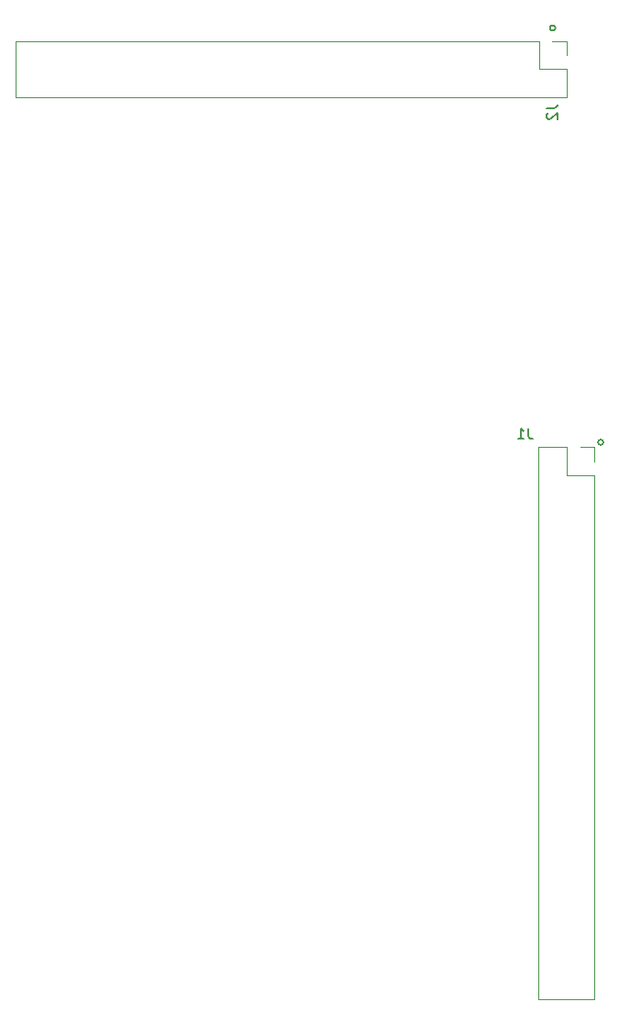
<source format=gbr>
%TF.GenerationSoftware,KiCad,Pcbnew,(5.1.9)-1*%
%TF.CreationDate,2021-03-21T08:54:38+00:00*%
%TF.ProjectId,RGBtoHDMI-Adapter Type C Rev 2,52474274-6f48-4444-9d49-2d4164617074,2*%
%TF.SameCoordinates,Original*%
%TF.FileFunction,Legend,Bot*%
%TF.FilePolarity,Positive*%
%FSLAX46Y46*%
G04 Gerber Fmt 4.6, Leading zero omitted, Abs format (unit mm)*
G04 Created by KiCad (PCBNEW (5.1.9)-1) date 2021-03-21 08:54:38*
%MOMM*%
%LPD*%
G01*
G04 APERTURE LIST*
%ADD10C,0.200000*%
%ADD11C,0.120000*%
%ADD12C,0.150000*%
G04 APERTURE END LIST*
D10*
X132969000Y-67945000D02*
G75*
G03*
X132969000Y-67945000I-254000J0D01*
G01*
X137414000Y-106172000D02*
G75*
G03*
X137414000Y-106172000I-254000J0D01*
G01*
D11*
%TO.C,J2*%
X133985000Y-70485000D02*
X133985000Y-69155000D01*
X133985000Y-69155000D02*
X132655000Y-69155000D01*
X133985000Y-71755000D02*
X131445000Y-71755000D01*
X131445000Y-71755000D02*
X131445000Y-69155000D01*
X131445000Y-69155000D02*
X83125000Y-69155000D01*
X83125000Y-74355000D02*
X83125000Y-69155000D01*
X133985000Y-74355000D02*
X83125000Y-74355000D01*
X133985000Y-74355000D02*
X133985000Y-71755000D01*
%TO.C,J1*%
X136585000Y-106620000D02*
X135255000Y-106620000D01*
X136585000Y-107950000D02*
X136585000Y-106620000D01*
X133985000Y-106620000D02*
X131385000Y-106620000D01*
X133985000Y-109220000D02*
X133985000Y-106620000D01*
X136585000Y-109220000D02*
X133985000Y-109220000D01*
X131385000Y-106620000D02*
X131385000Y-157540000D01*
X136585000Y-109220000D02*
X136585000Y-157540000D01*
X136585000Y-157540000D02*
X131385000Y-157540000D01*
%TO.C,J2*%
D12*
X132167380Y-75358666D02*
X132881666Y-75358666D01*
X133024523Y-75311047D01*
X133119761Y-75215809D01*
X133167380Y-75072952D01*
X133167380Y-74977714D01*
X132262619Y-75787238D02*
X132215000Y-75834857D01*
X132167380Y-75930095D01*
X132167380Y-76168190D01*
X132215000Y-76263428D01*
X132262619Y-76311047D01*
X132357857Y-76358666D01*
X132453095Y-76358666D01*
X132595952Y-76311047D01*
X133167380Y-75739619D01*
X133167380Y-76358666D01*
%TO.C,J1*%
X130508333Y-104862380D02*
X130508333Y-105576666D01*
X130555952Y-105719523D01*
X130651190Y-105814761D01*
X130794047Y-105862380D01*
X130889285Y-105862380D01*
X129508333Y-105862380D02*
X130079761Y-105862380D01*
X129794047Y-105862380D02*
X129794047Y-104862380D01*
X129889285Y-105005238D01*
X129984523Y-105100476D01*
X130079761Y-105148095D01*
%TD*%
M02*

</source>
